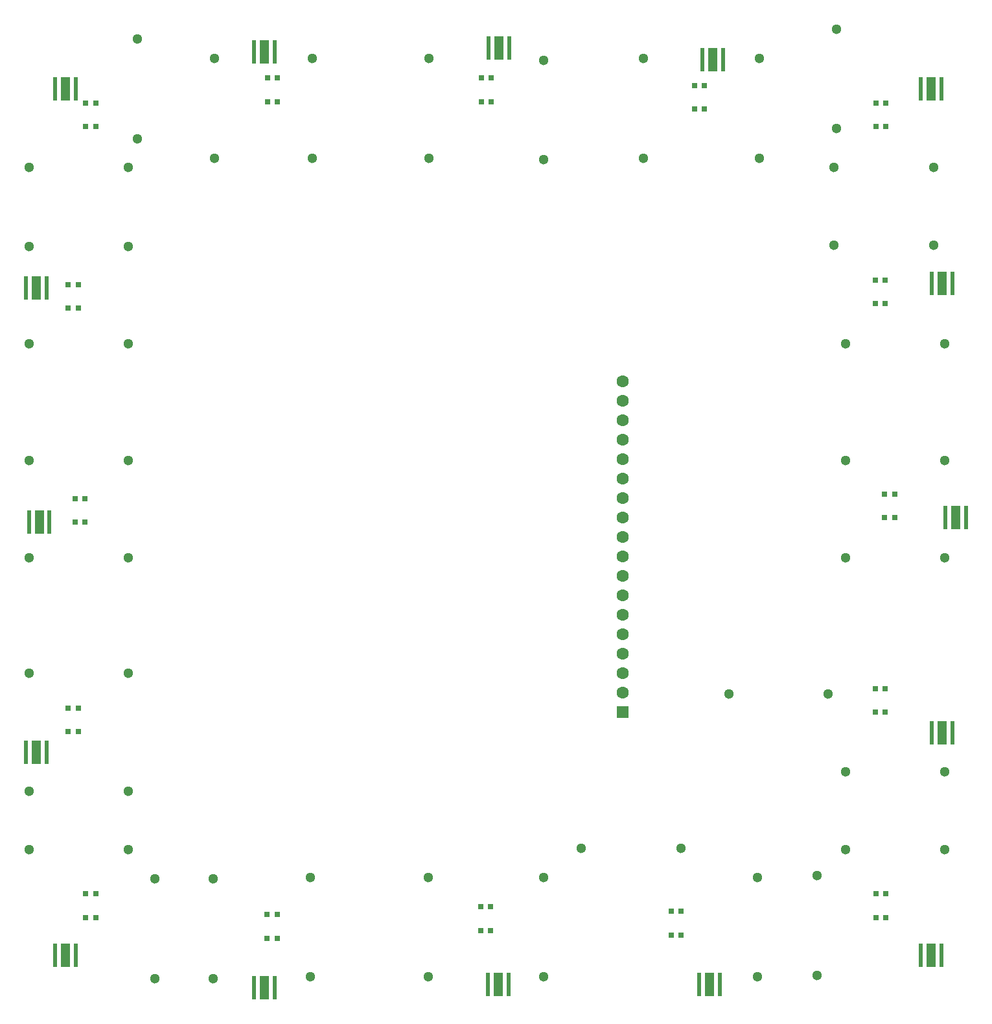
<source format=gts>
G04 #@! TF.GenerationSoftware,KiCad,Pcbnew,8.0.5*
G04 #@! TF.CreationDate,2024-12-27T19:58:17-05:00*
G04 #@! TF.ProjectId,line_sensor_pcb,6c696e65-5f73-4656-9e73-6f725f706362,rev?*
G04 #@! TF.SameCoordinates,Original*
G04 #@! TF.FileFunction,Soldermask,Top*
G04 #@! TF.FilePolarity,Negative*
%FSLAX46Y46*%
G04 Gerber Fmt 4.6, Leading zero omitted, Abs format (unit mm)*
G04 Created by KiCad (PCBNEW 8.0.5) date 2024-12-27 19:58:17*
%MOMM*%
%LPD*%
G01*
G04 APERTURE LIST*
G04 Aperture macros list*
%AMRoundRect*
0 Rectangle with rounded corners*
0 $1 Rounding radius*
0 $2 $3 $4 $5 $6 $7 $8 $9 X,Y pos of 4 corners*
0 Add a 4 corners polygon primitive as box body*
4,1,4,$2,$3,$4,$5,$6,$7,$8,$9,$2,$3,0*
0 Add four circle primitives for the rounded corners*
1,1,$1+$1,$2,$3*
1,1,$1+$1,$4,$5*
1,1,$1+$1,$6,$7*
1,1,$1+$1,$8,$9*
0 Add four rect primitives between the rounded corners*
20,1,$1+$1,$2,$3,$4,$5,0*
20,1,$1+$1,$4,$5,$6,$7,0*
20,1,$1+$1,$6,$7,$8,$9,0*
20,1,$1+$1,$8,$9,$2,$3,0*%
G04 Aperture macros list end*
%ADD10C,1.300000*%
%ADD11R,0.800000X0.800000*%
%ADD12R,0.600000X3.100000*%
%ADD13R,1.300000X3.100000*%
%ADD14RoundRect,0.102000X0.699000X-0.699000X0.699000X0.699000X-0.699000X0.699000X-0.699000X-0.699000X0*%
%ADD15C,1.602000*%
G04 APERTURE END LIST*
D10*
X76300000Y-47040000D03*
X76300000Y-34040000D03*
X146000000Y-127100000D03*
X159000000Y-127100000D03*
D11*
X44420000Y-121920000D03*
X45720000Y-121920000D03*
X45720000Y-118820000D03*
X44420000Y-118820000D03*
D10*
X106580000Y-140920000D03*
X106580000Y-153920000D03*
X111460000Y-137160000D03*
X124460000Y-137160000D03*
D12*
X155868501Y-37981500D03*
X158568500Y-37981500D03*
D13*
X157218500Y-37981500D03*
D11*
X70414100Y-148870000D03*
X71714100Y-148870000D03*
X71714100Y-145770000D03*
X70414100Y-145770000D03*
X46731200Y-146168800D03*
X48031200Y-146168800D03*
X48031200Y-143068800D03*
X46731200Y-143068800D03*
D12*
X159050000Y-93980000D03*
X161750000Y-93980000D03*
D13*
X160400000Y-93980000D03*
D12*
X38902800Y-63935300D03*
X41602800Y-63935300D03*
D13*
X40252800Y-63935301D03*
D12*
X42731501Y-151118500D03*
X45431500Y-151118500D03*
D13*
X44081500Y-151118500D03*
D10*
X55780000Y-141140000D03*
X55780000Y-154140000D03*
D11*
X149860000Y-119380000D03*
X151160000Y-119380000D03*
X151160000Y-116280000D03*
X149860000Y-116280000D03*
X46731200Y-42931200D03*
X48031200Y-42931200D03*
X48031200Y-39831200D03*
X46731200Y-39831200D03*
D10*
X39320000Y-71220000D03*
X52320000Y-71220000D03*
X144780000Y-43180000D03*
X144780000Y-30180000D03*
X134520000Y-140920000D03*
X134520000Y-153920000D03*
D12*
X99300000Y-154880000D03*
X102000000Y-154880000D03*
D13*
X100650000Y-154880000D03*
D10*
X53440000Y-44500000D03*
X53440000Y-31500000D03*
D12*
X68741200Y-33182800D03*
X71441200Y-33182801D03*
D13*
X70091200Y-33182800D03*
D12*
X38902800Y-124598800D03*
X41602800Y-124598801D03*
D13*
X40252800Y-124598800D03*
D10*
X91540000Y-47040000D03*
X91540000Y-34040000D03*
D12*
X99360000Y-32650000D03*
X102060000Y-32650000D03*
D13*
X100710000Y-32650000D03*
D12*
X39290000Y-94550000D03*
X41990000Y-94550000D03*
D13*
X40640000Y-94550000D03*
D12*
X155868501Y-151118500D03*
X158568500Y-151118500D03*
D13*
X157218500Y-151118500D03*
D10*
X39320000Y-86460000D03*
X52320000Y-86460000D03*
D11*
X149968800Y-146168800D03*
X151268800Y-146168800D03*
X151268800Y-143068800D03*
X149968800Y-143068800D03*
X98350000Y-147880000D03*
X99650000Y-147880000D03*
X99650000Y-144780000D03*
X98350000Y-144780000D03*
D10*
X39320000Y-58520000D03*
X52320000Y-58520000D03*
D12*
X127300000Y-34172800D03*
X130000000Y-34172800D03*
D13*
X128650000Y-34172801D03*
D10*
X63540000Y-34020000D03*
X63540000Y-47020000D03*
X142280000Y-140700000D03*
X142280000Y-153700000D03*
D11*
X45340000Y-94550000D03*
X46640000Y-94550000D03*
X46640000Y-91450000D03*
X45340000Y-91450000D03*
X44420000Y-66614100D03*
X45720000Y-66614100D03*
X45720000Y-63514100D03*
X44420000Y-63514100D03*
D12*
X157277200Y-122058800D03*
X159977200Y-122058800D03*
D13*
X158627200Y-122058801D03*
D11*
X98410000Y-39650000D03*
X99710000Y-39650000D03*
X99710000Y-36550000D03*
X98410000Y-36550000D03*
D10*
X146000000Y-86460000D03*
X159000000Y-86460000D03*
D11*
X70470000Y-39650000D03*
X71770000Y-39650000D03*
X71770000Y-36550000D03*
X70470000Y-36550000D03*
D10*
X39320000Y-114300000D03*
X52320000Y-114300000D03*
D11*
X151100000Y-93980000D03*
X152400000Y-93980000D03*
X152400000Y-90880000D03*
X151100000Y-90880000D03*
D10*
X146000000Y-99160000D03*
X159000000Y-99160000D03*
D12*
X126840000Y-154940000D03*
X129540000Y-154940001D03*
D13*
X128190000Y-154940000D03*
D10*
X106580000Y-34240000D03*
X106580000Y-47240000D03*
X119560000Y-47040000D03*
X119560000Y-34040000D03*
D11*
X126285900Y-40640000D03*
X127585900Y-40640000D03*
X127585900Y-37540000D03*
X126285900Y-37540000D03*
D12*
X68685300Y-155337200D03*
X71385300Y-155337200D03*
D13*
X70035300Y-155337201D03*
D11*
X149860000Y-66040000D03*
X151160000Y-66040000D03*
X151160000Y-62940000D03*
X149860000Y-62940000D03*
D10*
X39320000Y-48260000D03*
X52320000Y-48260000D03*
D11*
X123211200Y-148472800D03*
X124511200Y-148472800D03*
X124511200Y-145372800D03*
X123211200Y-145372800D03*
D10*
X144480000Y-48260000D03*
X157480000Y-48260000D03*
D12*
X157277200Y-63361200D03*
X159977200Y-63361201D03*
D13*
X158627200Y-63361200D03*
D10*
X146000000Y-137260000D03*
X159000000Y-137260000D03*
D14*
X116840000Y-119380000D03*
D15*
X116840000Y-116840000D03*
X116840000Y-114300000D03*
X116840000Y-111760000D03*
X116840000Y-109220000D03*
X116840000Y-106680000D03*
X116840000Y-104140000D03*
X116840000Y-101600000D03*
X116840000Y-99060000D03*
X116840000Y-96520000D03*
X116840000Y-93980000D03*
X116840000Y-91440000D03*
X116840000Y-88900000D03*
X116840000Y-86360000D03*
X116840000Y-83820000D03*
X116840000Y-81280000D03*
X116840000Y-78740000D03*
X116840000Y-76200000D03*
D10*
X39320000Y-99160000D03*
X52320000Y-99160000D03*
X134720000Y-47040000D03*
X134720000Y-34040000D03*
D11*
X149968800Y-42931200D03*
X151268800Y-42931200D03*
X151268800Y-39831200D03*
X149968800Y-39831200D03*
D12*
X42731501Y-37981500D03*
X45431500Y-37981500D03*
D13*
X44081500Y-37981500D03*
D10*
X130760000Y-116940000D03*
X143760000Y-116940000D03*
X39320000Y-137260000D03*
X52320000Y-137260000D03*
X144480000Y-58420000D03*
X157480000Y-58420000D03*
X63400000Y-141140000D03*
X63400000Y-154140000D03*
X76100000Y-140920000D03*
X76100000Y-153920000D03*
X91480000Y-140920000D03*
X91480000Y-153920000D03*
X146000000Y-71220000D03*
X159000000Y-71220000D03*
X39320000Y-129640000D03*
X52320000Y-129640000D03*
M02*

</source>
